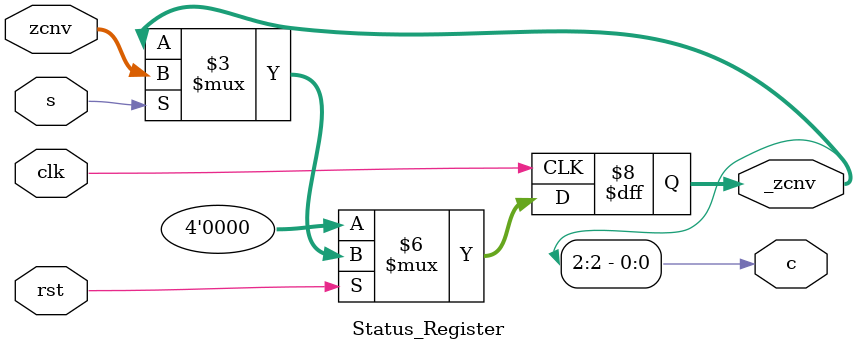
<source format=v>
`timescale 1ns / 1ps


module Status_Register( input [3:0] zcnv,
input clk, rst,s,
output reg [3:0]_zcnv, output c
    );
            
    always@(negedge clk) begin
        if (~rst)
            _zcnv <= 4'b0;
        else if (s)
           _zcnv <= zcnv;
           
   end
           
     assign c = _zcnv[2];
endmodule

</source>
